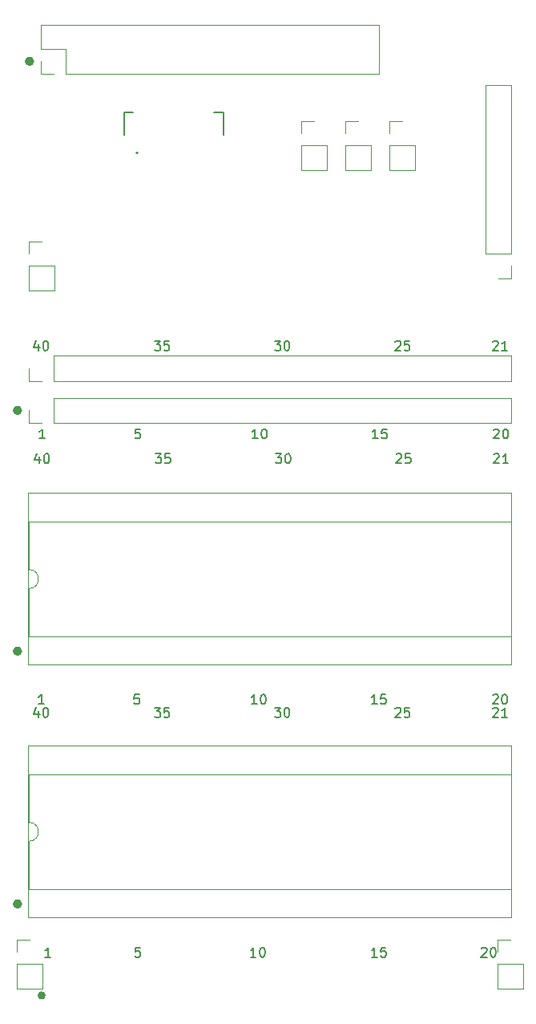
<source format=gbr>
%TF.GenerationSoftware,KiCad,Pcbnew,8.0.4-8.0.4-0~ubuntu24.04.1*%
%TF.CreationDate,2024-08-18T17:45:03-07:00*%
%TF.ProjectId,shadow_tracer,73686164-6f77-45f7-9472-616365722e6b,rev?*%
%TF.SameCoordinates,Original*%
%TF.FileFunction,Legend,Top*%
%TF.FilePolarity,Positive*%
%FSLAX46Y46*%
G04 Gerber Fmt 4.6, Leading zero omitted, Abs format (unit mm)*
G04 Created by KiCad (PCBNEW 8.0.4-8.0.4-0~ubuntu24.04.1) date 2024-08-18 17:45:03*
%MOMM*%
%LPD*%
G01*
G04 APERTURE LIST*
%ADD10C,0.150000*%
%ADD11C,0.499264*%
%ADD12C,0.120000*%
%ADD13C,0.152400*%
%ADD14C,0.200000*%
%ADD15C,0.441000*%
G04 APERTURE END LIST*
D10*
X125582588Y-104061819D02*
X125011160Y-104061819D01*
X125296874Y-104061819D02*
X125296874Y-103061819D01*
X125296874Y-103061819D02*
X125201636Y-103204676D01*
X125201636Y-103204676D02*
X125106398Y-103299914D01*
X125106398Y-103299914D02*
X125011160Y-103347533D01*
X160782588Y-104061819D02*
X160211160Y-104061819D01*
X160496874Y-104061819D02*
X160496874Y-103061819D01*
X160496874Y-103061819D02*
X160401636Y-103204676D01*
X160401636Y-103204676D02*
X160306398Y-103299914D01*
X160306398Y-103299914D02*
X160211160Y-103347533D01*
X161687350Y-103061819D02*
X161211160Y-103061819D01*
X161211160Y-103061819D02*
X161163541Y-103538009D01*
X161163541Y-103538009D02*
X161211160Y-103490390D01*
X161211160Y-103490390D02*
X161306398Y-103442771D01*
X161306398Y-103442771D02*
X161544493Y-103442771D01*
X161544493Y-103442771D02*
X161639731Y-103490390D01*
X161639731Y-103490390D02*
X161687350Y-103538009D01*
X161687350Y-103538009D02*
X161734969Y-103633247D01*
X161734969Y-103633247D02*
X161734969Y-103871342D01*
X161734969Y-103871342D02*
X161687350Y-103966580D01*
X161687350Y-103966580D02*
X161639731Y-104014200D01*
X161639731Y-104014200D02*
X161544493Y-104061819D01*
X161544493Y-104061819D02*
X161306398Y-104061819D01*
X161306398Y-104061819D02*
X161211160Y-104014200D01*
X161211160Y-104014200D02*
X161163541Y-103966580D01*
X173011160Y-103157057D02*
X173058779Y-103109438D01*
X173058779Y-103109438D02*
X173154017Y-103061819D01*
X173154017Y-103061819D02*
X173392112Y-103061819D01*
X173392112Y-103061819D02*
X173487350Y-103109438D01*
X173487350Y-103109438D02*
X173534969Y-103157057D01*
X173534969Y-103157057D02*
X173582588Y-103252295D01*
X173582588Y-103252295D02*
X173582588Y-103347533D01*
X173582588Y-103347533D02*
X173534969Y-103490390D01*
X173534969Y-103490390D02*
X172963541Y-104061819D01*
X172963541Y-104061819D02*
X173582588Y-104061819D01*
X174201636Y-103061819D02*
X174296874Y-103061819D01*
X174296874Y-103061819D02*
X174392112Y-103109438D01*
X174392112Y-103109438D02*
X174439731Y-103157057D01*
X174439731Y-103157057D02*
X174487350Y-103252295D01*
X174487350Y-103252295D02*
X174534969Y-103442771D01*
X174534969Y-103442771D02*
X174534969Y-103680866D01*
X174534969Y-103680866D02*
X174487350Y-103871342D01*
X174487350Y-103871342D02*
X174439731Y-103966580D01*
X174439731Y-103966580D02*
X174392112Y-104014200D01*
X174392112Y-104014200D02*
X174296874Y-104061819D01*
X174296874Y-104061819D02*
X174201636Y-104061819D01*
X174201636Y-104061819D02*
X174106398Y-104014200D01*
X174106398Y-104014200D02*
X174058779Y-103966580D01*
X174058779Y-103966580D02*
X174011160Y-103871342D01*
X174011160Y-103871342D02*
X173963541Y-103680866D01*
X173963541Y-103680866D02*
X173963541Y-103442771D01*
X173963541Y-103442771D02*
X174011160Y-103252295D01*
X174011160Y-103252295D02*
X174058779Y-103157057D01*
X174058779Y-103157057D02*
X174106398Y-103109438D01*
X174106398Y-103109438D02*
X174201636Y-103061819D01*
X148082588Y-104061819D02*
X147511160Y-104061819D01*
X147796874Y-104061819D02*
X147796874Y-103061819D01*
X147796874Y-103061819D02*
X147701636Y-103204676D01*
X147701636Y-103204676D02*
X147606398Y-103299914D01*
X147606398Y-103299914D02*
X147511160Y-103347533D01*
X148701636Y-103061819D02*
X148796874Y-103061819D01*
X148796874Y-103061819D02*
X148892112Y-103109438D01*
X148892112Y-103109438D02*
X148939731Y-103157057D01*
X148939731Y-103157057D02*
X148987350Y-103252295D01*
X148987350Y-103252295D02*
X149034969Y-103442771D01*
X149034969Y-103442771D02*
X149034969Y-103680866D01*
X149034969Y-103680866D02*
X148987350Y-103871342D01*
X148987350Y-103871342D02*
X148939731Y-103966580D01*
X148939731Y-103966580D02*
X148892112Y-104014200D01*
X148892112Y-104014200D02*
X148796874Y-104061819D01*
X148796874Y-104061819D02*
X148701636Y-104061819D01*
X148701636Y-104061819D02*
X148606398Y-104014200D01*
X148606398Y-104014200D02*
X148558779Y-103966580D01*
X148558779Y-103966580D02*
X148511160Y-103871342D01*
X148511160Y-103871342D02*
X148463541Y-103680866D01*
X148463541Y-103680866D02*
X148463541Y-103442771D01*
X148463541Y-103442771D02*
X148511160Y-103252295D01*
X148511160Y-103252295D02*
X148558779Y-103157057D01*
X148558779Y-103157057D02*
X148606398Y-103109438D01*
X148606398Y-103109438D02*
X148701636Y-103061819D01*
X135634969Y-103061819D02*
X135158779Y-103061819D01*
X135158779Y-103061819D02*
X135111160Y-103538009D01*
X135111160Y-103538009D02*
X135158779Y-103490390D01*
X135158779Y-103490390D02*
X135254017Y-103442771D01*
X135254017Y-103442771D02*
X135492112Y-103442771D01*
X135492112Y-103442771D02*
X135587350Y-103490390D01*
X135587350Y-103490390D02*
X135634969Y-103538009D01*
X135634969Y-103538009D02*
X135682588Y-103633247D01*
X135682588Y-103633247D02*
X135682588Y-103871342D01*
X135682588Y-103871342D02*
X135634969Y-103966580D01*
X135634969Y-103966580D02*
X135587350Y-104014200D01*
X135587350Y-104014200D02*
X135492112Y-104061819D01*
X135492112Y-104061819D02*
X135254017Y-104061819D01*
X135254017Y-104061819D02*
X135158779Y-104014200D01*
X135158779Y-104014200D02*
X135111160Y-103966580D01*
X172911160Y-93857057D02*
X172958779Y-93809438D01*
X172958779Y-93809438D02*
X173054017Y-93761819D01*
X173054017Y-93761819D02*
X173292112Y-93761819D01*
X173292112Y-93761819D02*
X173387350Y-93809438D01*
X173387350Y-93809438D02*
X173434969Y-93857057D01*
X173434969Y-93857057D02*
X173482588Y-93952295D01*
X173482588Y-93952295D02*
X173482588Y-94047533D01*
X173482588Y-94047533D02*
X173434969Y-94190390D01*
X173434969Y-94190390D02*
X172863541Y-94761819D01*
X172863541Y-94761819D02*
X173482588Y-94761819D01*
X174434969Y-94761819D02*
X173863541Y-94761819D01*
X174149255Y-94761819D02*
X174149255Y-93761819D01*
X174149255Y-93761819D02*
X174054017Y-93904676D01*
X174054017Y-93904676D02*
X173958779Y-93999914D01*
X173958779Y-93999914D02*
X173863541Y-94047533D01*
X137163541Y-93761819D02*
X137782588Y-93761819D01*
X137782588Y-93761819D02*
X137449255Y-94142771D01*
X137449255Y-94142771D02*
X137592112Y-94142771D01*
X137592112Y-94142771D02*
X137687350Y-94190390D01*
X137687350Y-94190390D02*
X137734969Y-94238009D01*
X137734969Y-94238009D02*
X137782588Y-94333247D01*
X137782588Y-94333247D02*
X137782588Y-94571342D01*
X137782588Y-94571342D02*
X137734969Y-94666580D01*
X137734969Y-94666580D02*
X137687350Y-94714200D01*
X137687350Y-94714200D02*
X137592112Y-94761819D01*
X137592112Y-94761819D02*
X137306398Y-94761819D01*
X137306398Y-94761819D02*
X137211160Y-94714200D01*
X137211160Y-94714200D02*
X137163541Y-94666580D01*
X138687350Y-93761819D02*
X138211160Y-93761819D01*
X138211160Y-93761819D02*
X138163541Y-94238009D01*
X138163541Y-94238009D02*
X138211160Y-94190390D01*
X138211160Y-94190390D02*
X138306398Y-94142771D01*
X138306398Y-94142771D02*
X138544493Y-94142771D01*
X138544493Y-94142771D02*
X138639731Y-94190390D01*
X138639731Y-94190390D02*
X138687350Y-94238009D01*
X138687350Y-94238009D02*
X138734969Y-94333247D01*
X138734969Y-94333247D02*
X138734969Y-94571342D01*
X138734969Y-94571342D02*
X138687350Y-94666580D01*
X138687350Y-94666580D02*
X138639731Y-94714200D01*
X138639731Y-94714200D02*
X138544493Y-94761819D01*
X138544493Y-94761819D02*
X138306398Y-94761819D01*
X138306398Y-94761819D02*
X138211160Y-94714200D01*
X138211160Y-94714200D02*
X138163541Y-94666580D01*
X149863541Y-93761819D02*
X150482588Y-93761819D01*
X150482588Y-93761819D02*
X150149255Y-94142771D01*
X150149255Y-94142771D02*
X150292112Y-94142771D01*
X150292112Y-94142771D02*
X150387350Y-94190390D01*
X150387350Y-94190390D02*
X150434969Y-94238009D01*
X150434969Y-94238009D02*
X150482588Y-94333247D01*
X150482588Y-94333247D02*
X150482588Y-94571342D01*
X150482588Y-94571342D02*
X150434969Y-94666580D01*
X150434969Y-94666580D02*
X150387350Y-94714200D01*
X150387350Y-94714200D02*
X150292112Y-94761819D01*
X150292112Y-94761819D02*
X150006398Y-94761819D01*
X150006398Y-94761819D02*
X149911160Y-94714200D01*
X149911160Y-94714200D02*
X149863541Y-94666580D01*
X151101636Y-93761819D02*
X151196874Y-93761819D01*
X151196874Y-93761819D02*
X151292112Y-93809438D01*
X151292112Y-93809438D02*
X151339731Y-93857057D01*
X151339731Y-93857057D02*
X151387350Y-93952295D01*
X151387350Y-93952295D02*
X151434969Y-94142771D01*
X151434969Y-94142771D02*
X151434969Y-94380866D01*
X151434969Y-94380866D02*
X151387350Y-94571342D01*
X151387350Y-94571342D02*
X151339731Y-94666580D01*
X151339731Y-94666580D02*
X151292112Y-94714200D01*
X151292112Y-94714200D02*
X151196874Y-94761819D01*
X151196874Y-94761819D02*
X151101636Y-94761819D01*
X151101636Y-94761819D02*
X151006398Y-94714200D01*
X151006398Y-94714200D02*
X150958779Y-94666580D01*
X150958779Y-94666580D02*
X150911160Y-94571342D01*
X150911160Y-94571342D02*
X150863541Y-94380866D01*
X150863541Y-94380866D02*
X150863541Y-94142771D01*
X150863541Y-94142771D02*
X150911160Y-93952295D01*
X150911160Y-93952295D02*
X150958779Y-93857057D01*
X150958779Y-93857057D02*
X151006398Y-93809438D01*
X151006398Y-93809438D02*
X151101636Y-93761819D01*
X162611160Y-93857057D02*
X162658779Y-93809438D01*
X162658779Y-93809438D02*
X162754017Y-93761819D01*
X162754017Y-93761819D02*
X162992112Y-93761819D01*
X162992112Y-93761819D02*
X163087350Y-93809438D01*
X163087350Y-93809438D02*
X163134969Y-93857057D01*
X163134969Y-93857057D02*
X163182588Y-93952295D01*
X163182588Y-93952295D02*
X163182588Y-94047533D01*
X163182588Y-94047533D02*
X163134969Y-94190390D01*
X163134969Y-94190390D02*
X162563541Y-94761819D01*
X162563541Y-94761819D02*
X163182588Y-94761819D01*
X164087350Y-93761819D02*
X163611160Y-93761819D01*
X163611160Y-93761819D02*
X163563541Y-94238009D01*
X163563541Y-94238009D02*
X163611160Y-94190390D01*
X163611160Y-94190390D02*
X163706398Y-94142771D01*
X163706398Y-94142771D02*
X163944493Y-94142771D01*
X163944493Y-94142771D02*
X164039731Y-94190390D01*
X164039731Y-94190390D02*
X164087350Y-94238009D01*
X164087350Y-94238009D02*
X164134969Y-94333247D01*
X164134969Y-94333247D02*
X164134969Y-94571342D01*
X164134969Y-94571342D02*
X164087350Y-94666580D01*
X164087350Y-94666580D02*
X164039731Y-94714200D01*
X164039731Y-94714200D02*
X163944493Y-94761819D01*
X163944493Y-94761819D02*
X163706398Y-94761819D01*
X163706398Y-94761819D02*
X163611160Y-94714200D01*
X163611160Y-94714200D02*
X163563541Y-94666580D01*
X124987350Y-105995152D02*
X124987350Y-106661819D01*
X124749255Y-105614200D02*
X124511160Y-106328485D01*
X124511160Y-106328485D02*
X125130207Y-106328485D01*
X125701636Y-105661819D02*
X125796874Y-105661819D01*
X125796874Y-105661819D02*
X125892112Y-105709438D01*
X125892112Y-105709438D02*
X125939731Y-105757057D01*
X125939731Y-105757057D02*
X125987350Y-105852295D01*
X125987350Y-105852295D02*
X126034969Y-106042771D01*
X126034969Y-106042771D02*
X126034969Y-106280866D01*
X126034969Y-106280866D02*
X125987350Y-106471342D01*
X125987350Y-106471342D02*
X125939731Y-106566580D01*
X125939731Y-106566580D02*
X125892112Y-106614200D01*
X125892112Y-106614200D02*
X125796874Y-106661819D01*
X125796874Y-106661819D02*
X125701636Y-106661819D01*
X125701636Y-106661819D02*
X125606398Y-106614200D01*
X125606398Y-106614200D02*
X125558779Y-106566580D01*
X125558779Y-106566580D02*
X125511160Y-106471342D01*
X125511160Y-106471342D02*
X125463541Y-106280866D01*
X125463541Y-106280866D02*
X125463541Y-106042771D01*
X125463541Y-106042771D02*
X125511160Y-105852295D01*
X125511160Y-105852295D02*
X125558779Y-105757057D01*
X125558779Y-105757057D02*
X125606398Y-105709438D01*
X125606398Y-105709438D02*
X125701636Y-105661819D01*
X173011160Y-105757057D02*
X173058779Y-105709438D01*
X173058779Y-105709438D02*
X173154017Y-105661819D01*
X173154017Y-105661819D02*
X173392112Y-105661819D01*
X173392112Y-105661819D02*
X173487350Y-105709438D01*
X173487350Y-105709438D02*
X173534969Y-105757057D01*
X173534969Y-105757057D02*
X173582588Y-105852295D01*
X173582588Y-105852295D02*
X173582588Y-105947533D01*
X173582588Y-105947533D02*
X173534969Y-106090390D01*
X173534969Y-106090390D02*
X172963541Y-106661819D01*
X172963541Y-106661819D02*
X173582588Y-106661819D01*
X174534969Y-106661819D02*
X173963541Y-106661819D01*
X174249255Y-106661819D02*
X174249255Y-105661819D01*
X174249255Y-105661819D02*
X174154017Y-105804676D01*
X174154017Y-105804676D02*
X174058779Y-105899914D01*
X174058779Y-105899914D02*
X173963541Y-105947533D01*
X137263541Y-105661819D02*
X137882588Y-105661819D01*
X137882588Y-105661819D02*
X137549255Y-106042771D01*
X137549255Y-106042771D02*
X137692112Y-106042771D01*
X137692112Y-106042771D02*
X137787350Y-106090390D01*
X137787350Y-106090390D02*
X137834969Y-106138009D01*
X137834969Y-106138009D02*
X137882588Y-106233247D01*
X137882588Y-106233247D02*
X137882588Y-106471342D01*
X137882588Y-106471342D02*
X137834969Y-106566580D01*
X137834969Y-106566580D02*
X137787350Y-106614200D01*
X137787350Y-106614200D02*
X137692112Y-106661819D01*
X137692112Y-106661819D02*
X137406398Y-106661819D01*
X137406398Y-106661819D02*
X137311160Y-106614200D01*
X137311160Y-106614200D02*
X137263541Y-106566580D01*
X138787350Y-105661819D02*
X138311160Y-105661819D01*
X138311160Y-105661819D02*
X138263541Y-106138009D01*
X138263541Y-106138009D02*
X138311160Y-106090390D01*
X138311160Y-106090390D02*
X138406398Y-106042771D01*
X138406398Y-106042771D02*
X138644493Y-106042771D01*
X138644493Y-106042771D02*
X138739731Y-106090390D01*
X138739731Y-106090390D02*
X138787350Y-106138009D01*
X138787350Y-106138009D02*
X138834969Y-106233247D01*
X138834969Y-106233247D02*
X138834969Y-106471342D01*
X138834969Y-106471342D02*
X138787350Y-106566580D01*
X138787350Y-106566580D02*
X138739731Y-106614200D01*
X138739731Y-106614200D02*
X138644493Y-106661819D01*
X138644493Y-106661819D02*
X138406398Y-106661819D01*
X138406398Y-106661819D02*
X138311160Y-106614200D01*
X138311160Y-106614200D02*
X138263541Y-106566580D01*
X149963541Y-105661819D02*
X150582588Y-105661819D01*
X150582588Y-105661819D02*
X150249255Y-106042771D01*
X150249255Y-106042771D02*
X150392112Y-106042771D01*
X150392112Y-106042771D02*
X150487350Y-106090390D01*
X150487350Y-106090390D02*
X150534969Y-106138009D01*
X150534969Y-106138009D02*
X150582588Y-106233247D01*
X150582588Y-106233247D02*
X150582588Y-106471342D01*
X150582588Y-106471342D02*
X150534969Y-106566580D01*
X150534969Y-106566580D02*
X150487350Y-106614200D01*
X150487350Y-106614200D02*
X150392112Y-106661819D01*
X150392112Y-106661819D02*
X150106398Y-106661819D01*
X150106398Y-106661819D02*
X150011160Y-106614200D01*
X150011160Y-106614200D02*
X149963541Y-106566580D01*
X151201636Y-105661819D02*
X151296874Y-105661819D01*
X151296874Y-105661819D02*
X151392112Y-105709438D01*
X151392112Y-105709438D02*
X151439731Y-105757057D01*
X151439731Y-105757057D02*
X151487350Y-105852295D01*
X151487350Y-105852295D02*
X151534969Y-106042771D01*
X151534969Y-106042771D02*
X151534969Y-106280866D01*
X151534969Y-106280866D02*
X151487350Y-106471342D01*
X151487350Y-106471342D02*
X151439731Y-106566580D01*
X151439731Y-106566580D02*
X151392112Y-106614200D01*
X151392112Y-106614200D02*
X151296874Y-106661819D01*
X151296874Y-106661819D02*
X151201636Y-106661819D01*
X151201636Y-106661819D02*
X151106398Y-106614200D01*
X151106398Y-106614200D02*
X151058779Y-106566580D01*
X151058779Y-106566580D02*
X151011160Y-106471342D01*
X151011160Y-106471342D02*
X150963541Y-106280866D01*
X150963541Y-106280866D02*
X150963541Y-106042771D01*
X150963541Y-106042771D02*
X151011160Y-105852295D01*
X151011160Y-105852295D02*
X151058779Y-105757057D01*
X151058779Y-105757057D02*
X151106398Y-105709438D01*
X151106398Y-105709438D02*
X151201636Y-105661819D01*
X162711160Y-105757057D02*
X162758779Y-105709438D01*
X162758779Y-105709438D02*
X162854017Y-105661819D01*
X162854017Y-105661819D02*
X163092112Y-105661819D01*
X163092112Y-105661819D02*
X163187350Y-105709438D01*
X163187350Y-105709438D02*
X163234969Y-105757057D01*
X163234969Y-105757057D02*
X163282588Y-105852295D01*
X163282588Y-105852295D02*
X163282588Y-105947533D01*
X163282588Y-105947533D02*
X163234969Y-106090390D01*
X163234969Y-106090390D02*
X162663541Y-106661819D01*
X162663541Y-106661819D02*
X163282588Y-106661819D01*
X164187350Y-105661819D02*
X163711160Y-105661819D01*
X163711160Y-105661819D02*
X163663541Y-106138009D01*
X163663541Y-106138009D02*
X163711160Y-106090390D01*
X163711160Y-106090390D02*
X163806398Y-106042771D01*
X163806398Y-106042771D02*
X164044493Y-106042771D01*
X164044493Y-106042771D02*
X164139731Y-106090390D01*
X164139731Y-106090390D02*
X164187350Y-106138009D01*
X164187350Y-106138009D02*
X164234969Y-106233247D01*
X164234969Y-106233247D02*
X164234969Y-106471342D01*
X164234969Y-106471342D02*
X164187350Y-106566580D01*
X164187350Y-106566580D02*
X164139731Y-106614200D01*
X164139731Y-106614200D02*
X164044493Y-106661819D01*
X164044493Y-106661819D02*
X163806398Y-106661819D01*
X163806398Y-106661819D02*
X163711160Y-106614200D01*
X163711160Y-106614200D02*
X163663541Y-106566580D01*
X147982588Y-132061819D02*
X147411160Y-132061819D01*
X147696874Y-132061819D02*
X147696874Y-131061819D01*
X147696874Y-131061819D02*
X147601636Y-131204676D01*
X147601636Y-131204676D02*
X147506398Y-131299914D01*
X147506398Y-131299914D02*
X147411160Y-131347533D01*
X148601636Y-131061819D02*
X148696874Y-131061819D01*
X148696874Y-131061819D02*
X148792112Y-131109438D01*
X148792112Y-131109438D02*
X148839731Y-131157057D01*
X148839731Y-131157057D02*
X148887350Y-131252295D01*
X148887350Y-131252295D02*
X148934969Y-131442771D01*
X148934969Y-131442771D02*
X148934969Y-131680866D01*
X148934969Y-131680866D02*
X148887350Y-131871342D01*
X148887350Y-131871342D02*
X148839731Y-131966580D01*
X148839731Y-131966580D02*
X148792112Y-132014200D01*
X148792112Y-132014200D02*
X148696874Y-132061819D01*
X148696874Y-132061819D02*
X148601636Y-132061819D01*
X148601636Y-132061819D02*
X148506398Y-132014200D01*
X148506398Y-132014200D02*
X148458779Y-131966580D01*
X148458779Y-131966580D02*
X148411160Y-131871342D01*
X148411160Y-131871342D02*
X148363541Y-131680866D01*
X148363541Y-131680866D02*
X148363541Y-131442771D01*
X148363541Y-131442771D02*
X148411160Y-131252295D01*
X148411160Y-131252295D02*
X148458779Y-131157057D01*
X148458779Y-131157057D02*
X148506398Y-131109438D01*
X148506398Y-131109438D02*
X148601636Y-131061819D01*
X172911160Y-131157057D02*
X172958779Y-131109438D01*
X172958779Y-131109438D02*
X173054017Y-131061819D01*
X173054017Y-131061819D02*
X173292112Y-131061819D01*
X173292112Y-131061819D02*
X173387350Y-131109438D01*
X173387350Y-131109438D02*
X173434969Y-131157057D01*
X173434969Y-131157057D02*
X173482588Y-131252295D01*
X173482588Y-131252295D02*
X173482588Y-131347533D01*
X173482588Y-131347533D02*
X173434969Y-131490390D01*
X173434969Y-131490390D02*
X172863541Y-132061819D01*
X172863541Y-132061819D02*
X173482588Y-132061819D01*
X174101636Y-131061819D02*
X174196874Y-131061819D01*
X174196874Y-131061819D02*
X174292112Y-131109438D01*
X174292112Y-131109438D02*
X174339731Y-131157057D01*
X174339731Y-131157057D02*
X174387350Y-131252295D01*
X174387350Y-131252295D02*
X174434969Y-131442771D01*
X174434969Y-131442771D02*
X174434969Y-131680866D01*
X174434969Y-131680866D02*
X174387350Y-131871342D01*
X174387350Y-131871342D02*
X174339731Y-131966580D01*
X174339731Y-131966580D02*
X174292112Y-132014200D01*
X174292112Y-132014200D02*
X174196874Y-132061819D01*
X174196874Y-132061819D02*
X174101636Y-132061819D01*
X174101636Y-132061819D02*
X174006398Y-132014200D01*
X174006398Y-132014200D02*
X173958779Y-131966580D01*
X173958779Y-131966580D02*
X173911160Y-131871342D01*
X173911160Y-131871342D02*
X173863541Y-131680866D01*
X173863541Y-131680866D02*
X173863541Y-131442771D01*
X173863541Y-131442771D02*
X173911160Y-131252295D01*
X173911160Y-131252295D02*
X173958779Y-131157057D01*
X173958779Y-131157057D02*
X174006398Y-131109438D01*
X174006398Y-131109438D02*
X174101636Y-131061819D01*
X135534969Y-131061819D02*
X135058779Y-131061819D01*
X135058779Y-131061819D02*
X135011160Y-131538009D01*
X135011160Y-131538009D02*
X135058779Y-131490390D01*
X135058779Y-131490390D02*
X135154017Y-131442771D01*
X135154017Y-131442771D02*
X135392112Y-131442771D01*
X135392112Y-131442771D02*
X135487350Y-131490390D01*
X135487350Y-131490390D02*
X135534969Y-131538009D01*
X135534969Y-131538009D02*
X135582588Y-131633247D01*
X135582588Y-131633247D02*
X135582588Y-131871342D01*
X135582588Y-131871342D02*
X135534969Y-131966580D01*
X135534969Y-131966580D02*
X135487350Y-132014200D01*
X135487350Y-132014200D02*
X135392112Y-132061819D01*
X135392112Y-132061819D02*
X135154017Y-132061819D01*
X135154017Y-132061819D02*
X135058779Y-132014200D01*
X135058779Y-132014200D02*
X135011160Y-131966580D01*
X125482588Y-132061819D02*
X124911160Y-132061819D01*
X125196874Y-132061819D02*
X125196874Y-131061819D01*
X125196874Y-131061819D02*
X125101636Y-131204676D01*
X125101636Y-131204676D02*
X125006398Y-131299914D01*
X125006398Y-131299914D02*
X124911160Y-131347533D01*
X160682588Y-132061819D02*
X160111160Y-132061819D01*
X160396874Y-132061819D02*
X160396874Y-131061819D01*
X160396874Y-131061819D02*
X160301636Y-131204676D01*
X160301636Y-131204676D02*
X160206398Y-131299914D01*
X160206398Y-131299914D02*
X160111160Y-131347533D01*
X161587350Y-131061819D02*
X161111160Y-131061819D01*
X161111160Y-131061819D02*
X161063541Y-131538009D01*
X161063541Y-131538009D02*
X161111160Y-131490390D01*
X161111160Y-131490390D02*
X161206398Y-131442771D01*
X161206398Y-131442771D02*
X161444493Y-131442771D01*
X161444493Y-131442771D02*
X161539731Y-131490390D01*
X161539731Y-131490390D02*
X161587350Y-131538009D01*
X161587350Y-131538009D02*
X161634969Y-131633247D01*
X161634969Y-131633247D02*
X161634969Y-131871342D01*
X161634969Y-131871342D02*
X161587350Y-131966580D01*
X161587350Y-131966580D02*
X161539731Y-132014200D01*
X161539731Y-132014200D02*
X161444493Y-132061819D01*
X161444493Y-132061819D02*
X161206398Y-132061819D01*
X161206398Y-132061819D02*
X161111160Y-132014200D01*
X161111160Y-132014200D02*
X161063541Y-131966580D01*
X126182588Y-158761819D02*
X125611160Y-158761819D01*
X125896874Y-158761819D02*
X125896874Y-157761819D01*
X125896874Y-157761819D02*
X125801636Y-157904676D01*
X125801636Y-157904676D02*
X125706398Y-157999914D01*
X125706398Y-157999914D02*
X125611160Y-158047533D01*
X135634969Y-157761819D02*
X135158779Y-157761819D01*
X135158779Y-157761819D02*
X135111160Y-158238009D01*
X135111160Y-158238009D02*
X135158779Y-158190390D01*
X135158779Y-158190390D02*
X135254017Y-158142771D01*
X135254017Y-158142771D02*
X135492112Y-158142771D01*
X135492112Y-158142771D02*
X135587350Y-158190390D01*
X135587350Y-158190390D02*
X135634969Y-158238009D01*
X135634969Y-158238009D02*
X135682588Y-158333247D01*
X135682588Y-158333247D02*
X135682588Y-158571342D01*
X135682588Y-158571342D02*
X135634969Y-158666580D01*
X135634969Y-158666580D02*
X135587350Y-158714200D01*
X135587350Y-158714200D02*
X135492112Y-158761819D01*
X135492112Y-158761819D02*
X135254017Y-158761819D01*
X135254017Y-158761819D02*
X135158779Y-158714200D01*
X135158779Y-158714200D02*
X135111160Y-158666580D01*
X147882588Y-158761819D02*
X147311160Y-158761819D01*
X147596874Y-158761819D02*
X147596874Y-157761819D01*
X147596874Y-157761819D02*
X147501636Y-157904676D01*
X147501636Y-157904676D02*
X147406398Y-157999914D01*
X147406398Y-157999914D02*
X147311160Y-158047533D01*
X148501636Y-157761819D02*
X148596874Y-157761819D01*
X148596874Y-157761819D02*
X148692112Y-157809438D01*
X148692112Y-157809438D02*
X148739731Y-157857057D01*
X148739731Y-157857057D02*
X148787350Y-157952295D01*
X148787350Y-157952295D02*
X148834969Y-158142771D01*
X148834969Y-158142771D02*
X148834969Y-158380866D01*
X148834969Y-158380866D02*
X148787350Y-158571342D01*
X148787350Y-158571342D02*
X148739731Y-158666580D01*
X148739731Y-158666580D02*
X148692112Y-158714200D01*
X148692112Y-158714200D02*
X148596874Y-158761819D01*
X148596874Y-158761819D02*
X148501636Y-158761819D01*
X148501636Y-158761819D02*
X148406398Y-158714200D01*
X148406398Y-158714200D02*
X148358779Y-158666580D01*
X148358779Y-158666580D02*
X148311160Y-158571342D01*
X148311160Y-158571342D02*
X148263541Y-158380866D01*
X148263541Y-158380866D02*
X148263541Y-158142771D01*
X148263541Y-158142771D02*
X148311160Y-157952295D01*
X148311160Y-157952295D02*
X148358779Y-157857057D01*
X148358779Y-157857057D02*
X148406398Y-157809438D01*
X148406398Y-157809438D02*
X148501636Y-157761819D01*
X160682588Y-158761819D02*
X160111160Y-158761819D01*
X160396874Y-158761819D02*
X160396874Y-157761819D01*
X160396874Y-157761819D02*
X160301636Y-157904676D01*
X160301636Y-157904676D02*
X160206398Y-157999914D01*
X160206398Y-157999914D02*
X160111160Y-158047533D01*
X161587350Y-157761819D02*
X161111160Y-157761819D01*
X161111160Y-157761819D02*
X161063541Y-158238009D01*
X161063541Y-158238009D02*
X161111160Y-158190390D01*
X161111160Y-158190390D02*
X161206398Y-158142771D01*
X161206398Y-158142771D02*
X161444493Y-158142771D01*
X161444493Y-158142771D02*
X161539731Y-158190390D01*
X161539731Y-158190390D02*
X161587350Y-158238009D01*
X161587350Y-158238009D02*
X161634969Y-158333247D01*
X161634969Y-158333247D02*
X161634969Y-158571342D01*
X161634969Y-158571342D02*
X161587350Y-158666580D01*
X161587350Y-158666580D02*
X161539731Y-158714200D01*
X161539731Y-158714200D02*
X161444493Y-158761819D01*
X161444493Y-158761819D02*
X161206398Y-158761819D01*
X161206398Y-158761819D02*
X161111160Y-158714200D01*
X161111160Y-158714200D02*
X161063541Y-158666580D01*
X171711160Y-157857057D02*
X171758779Y-157809438D01*
X171758779Y-157809438D02*
X171854017Y-157761819D01*
X171854017Y-157761819D02*
X172092112Y-157761819D01*
X172092112Y-157761819D02*
X172187350Y-157809438D01*
X172187350Y-157809438D02*
X172234969Y-157857057D01*
X172234969Y-157857057D02*
X172282588Y-157952295D01*
X172282588Y-157952295D02*
X172282588Y-158047533D01*
X172282588Y-158047533D02*
X172234969Y-158190390D01*
X172234969Y-158190390D02*
X171663541Y-158761819D01*
X171663541Y-158761819D02*
X172282588Y-158761819D01*
X172901636Y-157761819D02*
X172996874Y-157761819D01*
X172996874Y-157761819D02*
X173092112Y-157809438D01*
X173092112Y-157809438D02*
X173139731Y-157857057D01*
X173139731Y-157857057D02*
X173187350Y-157952295D01*
X173187350Y-157952295D02*
X173234969Y-158142771D01*
X173234969Y-158142771D02*
X173234969Y-158380866D01*
X173234969Y-158380866D02*
X173187350Y-158571342D01*
X173187350Y-158571342D02*
X173139731Y-158666580D01*
X173139731Y-158666580D02*
X173092112Y-158714200D01*
X173092112Y-158714200D02*
X172996874Y-158761819D01*
X172996874Y-158761819D02*
X172901636Y-158761819D01*
X172901636Y-158761819D02*
X172806398Y-158714200D01*
X172806398Y-158714200D02*
X172758779Y-158666580D01*
X172758779Y-158666580D02*
X172711160Y-158571342D01*
X172711160Y-158571342D02*
X172663541Y-158380866D01*
X172663541Y-158380866D02*
X172663541Y-158142771D01*
X172663541Y-158142771D02*
X172711160Y-157952295D01*
X172711160Y-157952295D02*
X172758779Y-157857057D01*
X172758779Y-157857057D02*
X172806398Y-157809438D01*
X172806398Y-157809438D02*
X172901636Y-157761819D01*
X172911160Y-132557057D02*
X172958779Y-132509438D01*
X172958779Y-132509438D02*
X173054017Y-132461819D01*
X173054017Y-132461819D02*
X173292112Y-132461819D01*
X173292112Y-132461819D02*
X173387350Y-132509438D01*
X173387350Y-132509438D02*
X173434969Y-132557057D01*
X173434969Y-132557057D02*
X173482588Y-132652295D01*
X173482588Y-132652295D02*
X173482588Y-132747533D01*
X173482588Y-132747533D02*
X173434969Y-132890390D01*
X173434969Y-132890390D02*
X172863541Y-133461819D01*
X172863541Y-133461819D02*
X173482588Y-133461819D01*
X174434969Y-133461819D02*
X173863541Y-133461819D01*
X174149255Y-133461819D02*
X174149255Y-132461819D01*
X174149255Y-132461819D02*
X174054017Y-132604676D01*
X174054017Y-132604676D02*
X173958779Y-132699914D01*
X173958779Y-132699914D02*
X173863541Y-132747533D01*
X162611160Y-132557057D02*
X162658779Y-132509438D01*
X162658779Y-132509438D02*
X162754017Y-132461819D01*
X162754017Y-132461819D02*
X162992112Y-132461819D01*
X162992112Y-132461819D02*
X163087350Y-132509438D01*
X163087350Y-132509438D02*
X163134969Y-132557057D01*
X163134969Y-132557057D02*
X163182588Y-132652295D01*
X163182588Y-132652295D02*
X163182588Y-132747533D01*
X163182588Y-132747533D02*
X163134969Y-132890390D01*
X163134969Y-132890390D02*
X162563541Y-133461819D01*
X162563541Y-133461819D02*
X163182588Y-133461819D01*
X164087350Y-132461819D02*
X163611160Y-132461819D01*
X163611160Y-132461819D02*
X163563541Y-132938009D01*
X163563541Y-132938009D02*
X163611160Y-132890390D01*
X163611160Y-132890390D02*
X163706398Y-132842771D01*
X163706398Y-132842771D02*
X163944493Y-132842771D01*
X163944493Y-132842771D02*
X164039731Y-132890390D01*
X164039731Y-132890390D02*
X164087350Y-132938009D01*
X164087350Y-132938009D02*
X164134969Y-133033247D01*
X164134969Y-133033247D02*
X164134969Y-133271342D01*
X164134969Y-133271342D02*
X164087350Y-133366580D01*
X164087350Y-133366580D02*
X164039731Y-133414200D01*
X164039731Y-133414200D02*
X163944493Y-133461819D01*
X163944493Y-133461819D02*
X163706398Y-133461819D01*
X163706398Y-133461819D02*
X163611160Y-133414200D01*
X163611160Y-133414200D02*
X163563541Y-133366580D01*
X149863541Y-132461819D02*
X150482588Y-132461819D01*
X150482588Y-132461819D02*
X150149255Y-132842771D01*
X150149255Y-132842771D02*
X150292112Y-132842771D01*
X150292112Y-132842771D02*
X150387350Y-132890390D01*
X150387350Y-132890390D02*
X150434969Y-132938009D01*
X150434969Y-132938009D02*
X150482588Y-133033247D01*
X150482588Y-133033247D02*
X150482588Y-133271342D01*
X150482588Y-133271342D02*
X150434969Y-133366580D01*
X150434969Y-133366580D02*
X150387350Y-133414200D01*
X150387350Y-133414200D02*
X150292112Y-133461819D01*
X150292112Y-133461819D02*
X150006398Y-133461819D01*
X150006398Y-133461819D02*
X149911160Y-133414200D01*
X149911160Y-133414200D02*
X149863541Y-133366580D01*
X151101636Y-132461819D02*
X151196874Y-132461819D01*
X151196874Y-132461819D02*
X151292112Y-132509438D01*
X151292112Y-132509438D02*
X151339731Y-132557057D01*
X151339731Y-132557057D02*
X151387350Y-132652295D01*
X151387350Y-132652295D02*
X151434969Y-132842771D01*
X151434969Y-132842771D02*
X151434969Y-133080866D01*
X151434969Y-133080866D02*
X151387350Y-133271342D01*
X151387350Y-133271342D02*
X151339731Y-133366580D01*
X151339731Y-133366580D02*
X151292112Y-133414200D01*
X151292112Y-133414200D02*
X151196874Y-133461819D01*
X151196874Y-133461819D02*
X151101636Y-133461819D01*
X151101636Y-133461819D02*
X151006398Y-133414200D01*
X151006398Y-133414200D02*
X150958779Y-133366580D01*
X150958779Y-133366580D02*
X150911160Y-133271342D01*
X150911160Y-133271342D02*
X150863541Y-133080866D01*
X150863541Y-133080866D02*
X150863541Y-132842771D01*
X150863541Y-132842771D02*
X150911160Y-132652295D01*
X150911160Y-132652295D02*
X150958779Y-132557057D01*
X150958779Y-132557057D02*
X151006398Y-132509438D01*
X151006398Y-132509438D02*
X151101636Y-132461819D01*
X137163541Y-132461819D02*
X137782588Y-132461819D01*
X137782588Y-132461819D02*
X137449255Y-132842771D01*
X137449255Y-132842771D02*
X137592112Y-132842771D01*
X137592112Y-132842771D02*
X137687350Y-132890390D01*
X137687350Y-132890390D02*
X137734969Y-132938009D01*
X137734969Y-132938009D02*
X137782588Y-133033247D01*
X137782588Y-133033247D02*
X137782588Y-133271342D01*
X137782588Y-133271342D02*
X137734969Y-133366580D01*
X137734969Y-133366580D02*
X137687350Y-133414200D01*
X137687350Y-133414200D02*
X137592112Y-133461819D01*
X137592112Y-133461819D02*
X137306398Y-133461819D01*
X137306398Y-133461819D02*
X137211160Y-133414200D01*
X137211160Y-133414200D02*
X137163541Y-133366580D01*
X138687350Y-132461819D02*
X138211160Y-132461819D01*
X138211160Y-132461819D02*
X138163541Y-132938009D01*
X138163541Y-132938009D02*
X138211160Y-132890390D01*
X138211160Y-132890390D02*
X138306398Y-132842771D01*
X138306398Y-132842771D02*
X138544493Y-132842771D01*
X138544493Y-132842771D02*
X138639731Y-132890390D01*
X138639731Y-132890390D02*
X138687350Y-132938009D01*
X138687350Y-132938009D02*
X138734969Y-133033247D01*
X138734969Y-133033247D02*
X138734969Y-133271342D01*
X138734969Y-133271342D02*
X138687350Y-133366580D01*
X138687350Y-133366580D02*
X138639731Y-133414200D01*
X138639731Y-133414200D02*
X138544493Y-133461819D01*
X138544493Y-133461819D02*
X138306398Y-133461819D01*
X138306398Y-133461819D02*
X138211160Y-133414200D01*
X138211160Y-133414200D02*
X138163541Y-133366580D01*
X124887350Y-132795152D02*
X124887350Y-133461819D01*
X124649255Y-132414200D02*
X124411160Y-133128485D01*
X124411160Y-133128485D02*
X125030207Y-133128485D01*
X125601636Y-132461819D02*
X125696874Y-132461819D01*
X125696874Y-132461819D02*
X125792112Y-132509438D01*
X125792112Y-132509438D02*
X125839731Y-132557057D01*
X125839731Y-132557057D02*
X125887350Y-132652295D01*
X125887350Y-132652295D02*
X125934969Y-132842771D01*
X125934969Y-132842771D02*
X125934969Y-133080866D01*
X125934969Y-133080866D02*
X125887350Y-133271342D01*
X125887350Y-133271342D02*
X125839731Y-133366580D01*
X125839731Y-133366580D02*
X125792112Y-133414200D01*
X125792112Y-133414200D02*
X125696874Y-133461819D01*
X125696874Y-133461819D02*
X125601636Y-133461819D01*
X125601636Y-133461819D02*
X125506398Y-133414200D01*
X125506398Y-133414200D02*
X125458779Y-133366580D01*
X125458779Y-133366580D02*
X125411160Y-133271342D01*
X125411160Y-133271342D02*
X125363541Y-133080866D01*
X125363541Y-133080866D02*
X125363541Y-132842771D01*
X125363541Y-132842771D02*
X125411160Y-132652295D01*
X125411160Y-132652295D02*
X125458779Y-132557057D01*
X125458779Y-132557057D02*
X125506398Y-132509438D01*
X125506398Y-132509438D02*
X125601636Y-132461819D01*
D11*
X122931632Y-126492000D02*
G75*
G02*
X122432368Y-126492000I-249632J0D01*
G01*
X122432368Y-126492000D02*
G75*
G02*
X122931632Y-126492000I249632J0D01*
G01*
X124201632Y-64262000D02*
G75*
G02*
X123702368Y-64262000I-249632J0D01*
G01*
X123702368Y-64262000D02*
G75*
G02*
X124201632Y-64262000I249632J0D01*
G01*
X122931632Y-153162000D02*
G75*
G02*
X122432368Y-153162000I-249632J0D01*
G01*
X122432368Y-153162000D02*
G75*
G02*
X122931632Y-153162000I249632J0D01*
G01*
X122931632Y-101092000D02*
G75*
G02*
X122432368Y-101092000I-249632J0D01*
G01*
X122432368Y-101092000D02*
G75*
G02*
X122931632Y-101092000I249632J0D01*
G01*
D10*
X124887350Y-94095152D02*
X124887350Y-94761819D01*
X124649255Y-93714200D02*
X124411160Y-94428485D01*
X124411160Y-94428485D02*
X125030207Y-94428485D01*
X125601636Y-93761819D02*
X125696874Y-93761819D01*
X125696874Y-93761819D02*
X125792112Y-93809438D01*
X125792112Y-93809438D02*
X125839731Y-93857057D01*
X125839731Y-93857057D02*
X125887350Y-93952295D01*
X125887350Y-93952295D02*
X125934969Y-94142771D01*
X125934969Y-94142771D02*
X125934969Y-94380866D01*
X125934969Y-94380866D02*
X125887350Y-94571342D01*
X125887350Y-94571342D02*
X125839731Y-94666580D01*
X125839731Y-94666580D02*
X125792112Y-94714200D01*
X125792112Y-94714200D02*
X125696874Y-94761819D01*
X125696874Y-94761819D02*
X125601636Y-94761819D01*
X125601636Y-94761819D02*
X125506398Y-94714200D01*
X125506398Y-94714200D02*
X125458779Y-94666580D01*
X125458779Y-94666580D02*
X125411160Y-94571342D01*
X125411160Y-94571342D02*
X125363541Y-94380866D01*
X125363541Y-94380866D02*
X125363541Y-94142771D01*
X125363541Y-94142771D02*
X125411160Y-93952295D01*
X125411160Y-93952295D02*
X125458779Y-93857057D01*
X125458779Y-93857057D02*
X125506398Y-93809438D01*
X125506398Y-93809438D02*
X125601636Y-93761819D01*
D12*
%TO.C,J9*%
X161992000Y-70552000D02*
X163322000Y-70552000D01*
X161992000Y-71882000D02*
X161992000Y-70552000D01*
X161992000Y-73152000D02*
X161992000Y-75752000D01*
X161992000Y-73152000D02*
X164652000Y-73152000D01*
X161992000Y-75752000D02*
X164652000Y-75752000D01*
X164652000Y-73152000D02*
X164652000Y-75752000D01*
%TO.C,J8*%
X157342000Y-70552000D02*
X158672000Y-70552000D01*
X157342000Y-71882000D02*
X157342000Y-70552000D01*
X157342000Y-73152000D02*
X157342000Y-75752000D01*
X157342000Y-73152000D02*
X160002000Y-73152000D01*
X157342000Y-75752000D02*
X160002000Y-75752000D01*
X160002000Y-73152000D02*
X160002000Y-75752000D01*
%TO.C,J7*%
X152692000Y-70552000D02*
X154022000Y-70552000D01*
X152692000Y-71882000D02*
X152692000Y-70552000D01*
X152692000Y-73152000D02*
X152692000Y-75752000D01*
X152692000Y-73152000D02*
X155352000Y-73152000D01*
X152692000Y-75752000D02*
X155352000Y-75752000D01*
X155352000Y-73152000D02*
X155352000Y-75752000D01*
%TO.C,J6*%
X122622000Y-156912000D02*
X123952000Y-156912000D01*
X122622000Y-158242000D02*
X122622000Y-156912000D01*
X122622000Y-159512000D02*
X122622000Y-162112000D01*
X122622000Y-159512000D02*
X125282000Y-159512000D01*
X122622000Y-162112000D02*
X125282000Y-162112000D01*
X125282000Y-159512000D02*
X125282000Y-162112000D01*
%TO.C,J5*%
X123892000Y-83252000D02*
X125222000Y-83252000D01*
X123892000Y-84582000D02*
X123892000Y-83252000D01*
X123892000Y-85852000D02*
X123892000Y-88452000D01*
X123892000Y-85852000D02*
X126552000Y-85852000D01*
X123892000Y-88452000D02*
X126552000Y-88452000D01*
X126552000Y-85852000D02*
X126552000Y-88452000D01*
%TO.C,J4*%
X173422000Y-156912000D02*
X174752000Y-156912000D01*
X173422000Y-158242000D02*
X173422000Y-156912000D01*
X173422000Y-159512000D02*
X173422000Y-162112000D01*
X173422000Y-159512000D02*
X176082000Y-159512000D01*
X173422000Y-162112000D02*
X176082000Y-162112000D01*
X176082000Y-159512000D02*
X176082000Y-162112000D01*
%TO.C,SOCKET2*%
X123832000Y-136482000D02*
X123832000Y-154602000D01*
X123832000Y-154602000D02*
X174872000Y-154602000D01*
X123892000Y-139482000D02*
X123892000Y-144542000D01*
X123892000Y-146542000D02*
X123892000Y-151602000D01*
X123892000Y-151602000D02*
X174812000Y-151602000D01*
X174812000Y-139482000D02*
X123892000Y-139482000D01*
X174812000Y-151602000D02*
X174812000Y-139482000D01*
X174872000Y-136482000D02*
X123832000Y-136482000D01*
X174872000Y-154602000D02*
X174872000Y-136482000D01*
X123892000Y-144542000D02*
G75*
G02*
X123892000Y-146542000I0J-1000000D01*
G01*
%TO.C,SOCKET1*%
X123897000Y-117877000D02*
G75*
G02*
X123897000Y-119877000I0J-1000000D01*
G01*
X174877000Y-127937000D02*
X174877000Y-109817000D01*
X174877000Y-109817000D02*
X123837000Y-109817000D01*
X174817000Y-124937000D02*
X174817000Y-112817000D01*
X174817000Y-112817000D02*
X123897000Y-112817000D01*
X123897000Y-124937000D02*
X174817000Y-124937000D01*
X123897000Y-119877000D02*
X123897000Y-124937000D01*
X123897000Y-112817000D02*
X123897000Y-117877000D01*
X123837000Y-127937000D02*
X174877000Y-127937000D01*
X123837000Y-109817000D02*
X123837000Y-127937000D01*
%TO.C,J1*%
X172152000Y-84582000D02*
X172152000Y-66742000D01*
X174812000Y-66742000D02*
X172152000Y-66742000D01*
X174812000Y-84582000D02*
X172152000Y-84582000D01*
X174812000Y-84582000D02*
X174812000Y-66742000D01*
X174812000Y-85852000D02*
X174812000Y-87182000D01*
X174812000Y-87182000D02*
X173482000Y-87182000D01*
%TO.C,J3*%
X123892000Y-97977000D02*
X123892000Y-96647000D01*
X125222000Y-97977000D02*
X123892000Y-97977000D01*
X126492000Y-95317000D02*
X174812000Y-95317000D01*
X126492000Y-97977000D02*
X126492000Y-95317000D01*
X126492000Y-97977000D02*
X174812000Y-97977000D01*
X174812000Y-97977000D02*
X174812000Y-95317000D01*
%TO.C,J_EXT2*%
X125162000Y-60392000D02*
X160842000Y-60392000D01*
X125162000Y-62992000D02*
X125162000Y-60392000D01*
X125162000Y-65592000D02*
X125162000Y-64262000D01*
X126492000Y-65592000D02*
X125162000Y-65592000D01*
X127762000Y-62992000D02*
X125162000Y-62992000D01*
X127762000Y-65592000D02*
X127762000Y-62992000D01*
X127762000Y-65592000D02*
X160842000Y-65592000D01*
X160842000Y-65592000D02*
X160842000Y-60392000D01*
D13*
%TO.C,J_EXT1*%
X133959600Y-69624611D02*
X133959600Y-72020557D01*
X134905548Y-69624611D02*
X133959600Y-69624611D01*
X144424400Y-69624611D02*
X143478452Y-69624611D01*
X144424400Y-72020557D02*
X144424400Y-69624611D01*
D14*
X135392000Y-73929611D02*
G75*
G02*
X135192000Y-73929611I-100000J0D01*
G01*
X135192000Y-73929611D02*
G75*
G02*
X135392000Y-73929611I100000J0D01*
G01*
%TO.C,CONN1*%
D15*
X125442500Y-162814000D02*
G75*
G02*
X125001500Y-162814000I-220500J0D01*
G01*
X125001500Y-162814000D02*
G75*
G02*
X125442500Y-162814000I220500J0D01*
G01*
D12*
%TO.C,J2*%
X123892000Y-102422000D02*
X123892000Y-101092000D01*
X125222000Y-102422000D02*
X123892000Y-102422000D01*
X126492000Y-99762000D02*
X174812000Y-99762000D01*
X126492000Y-102422000D02*
X126492000Y-99762000D01*
X126492000Y-102422000D02*
X174812000Y-102422000D01*
X174812000Y-102422000D02*
X174812000Y-99762000D01*
%TD*%
M02*

</source>
